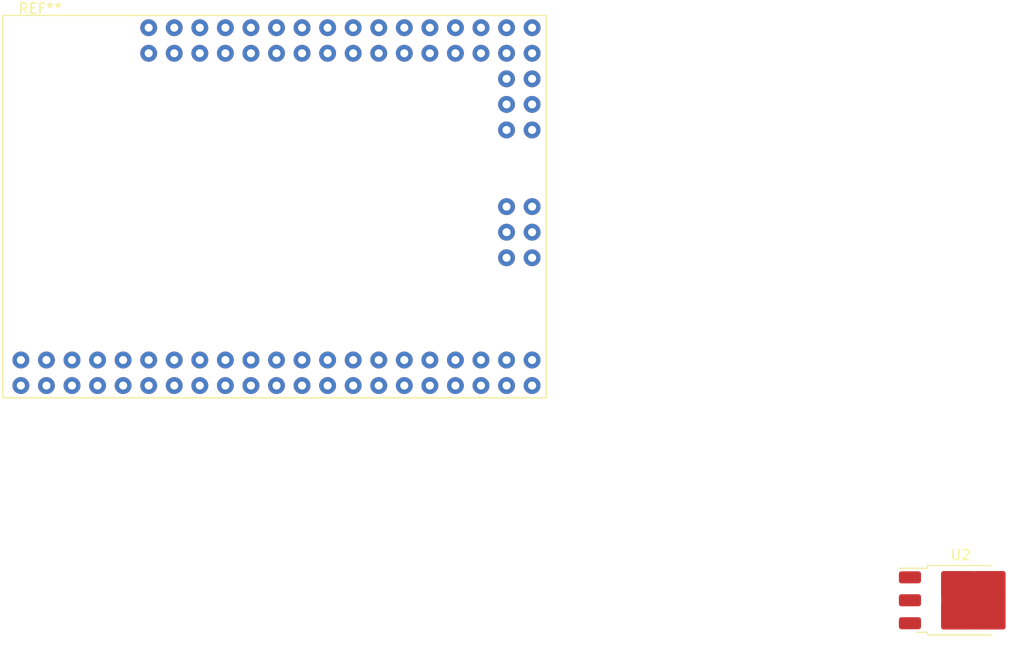
<source format=kicad_pcb>
(kicad_pcb (version 20221018) (generator pcbnew)
  (layers (0 "F.Cu" signal) (31 "B.Cu" signal) (34 "B.Paste" user) (35 "F.Paste" user) (36 "B.SilkS" user "B.Silkscreen") (37 "F.SilkS" user "F.Silkscreen") (38 "B.Mask" user) (39 "F.Mask" user) (44 "Edge.Cuts" user))
  (net 0 "")
  (net 1 "GND")
  (net 2 "+5V")
  (net 3 "+12V")
  (footprint "Package_TO_SOT_SMD:TO-252-3_TabPin2" (layer "F.Cu") (at 126.605 87.375)
    (fp_text reference "U2" (at 0 -4.5) (layer "F.SilkS"))
    (fp_text value "AMS1117CD-5.0")
    (fp_line (start -3.31 -3.45) (end -3.31 -3.18) (stroke (width 0.12)) (layer "F.SilkS"))
    (fp_line (start -3.31 -3.18) (end -6.14 -3.18) (stroke (width 0.12)) (layer "F.SilkS"))
    (fp_line (start -3.31 3.18) (end -4.41 3.18) (stroke (width 0.12)) (layer "F.SilkS"))
    (fp_line (start -3.31 3.45) (end -3.31 3.18) (stroke (width 0.12)) (layer "F.SilkS"))
    (fp_line (start 3.11 -3.45) (end -3.31 -3.45) (stroke (width 0.12)) (layer "F.SilkS"))
    (fp_line (start 3.11 3.45) (end -3.31 3.45) (stroke (width 0.12)) (layer "F.SilkS"))
    (pad "1" smd roundrect (at -5.04 -2.28) (size 2.2 1.2) (layers "F.Cu" "F.Paste" "F.Mask") (roundrect_rratio 0.208333) (net 1 "GND"))
    (pad "2" smd roundrect (at -5.04 0) (size 2.2 1.2) (layers "F.Cu" "F.Paste" "F.Mask") (roundrect_rratio 0.208333) (net 2 "+5V"))
    (pad "2" smd roundrect (at -0.415 -1.525) (size 3.05 2.75) (layers "F.Cu" "F.Paste") (roundrect_rratio 0.090909) (net 2 "+5V"))
    (pad "2" smd roundrect (at -0.415 1.525) (size 3.05 2.75) (layers "F.Cu" "F.Paste") (roundrect_rratio 0.090909) (net 2 "+5V"))
    (pad "2" smd roundrect (at 1.26 0) (size 6.4 5.8) (layers "F.Cu" "F.Mask") (roundrect_rratio 0.043103) (net 2 "+5V"))
    (pad "2" smd roundrect (at 2.935 -1.525) (size 3.05 2.75) (layers "F.Cu" "F.Paste") (roundrect_rratio 0.090909) (net 2 "+5V"))
    (pad "2" smd roundrect (at 2.935 1.525) (size 3.05 2.75) (layers "F.Cu" "F.Paste") (roundrect_rratio 0.090909) (net 2 "+5V"))
    (pad "3" smd roundrect (at -5.04 2.28) (size 2.2 1.2) (layers "F.Cu" "F.Paste" "F.Mask") (roundrect_rratio 0.208333) (net 3 "+12V"))
  )
  (footprint "MEGA_PRO_EMBED_CH340G___ATMEGA2560:MODULE_MEGA_PRO_EMBED_CH340G___ATMEGA2560" (layer "F.Cu") (at 58.42 48.26)
    (fp_text reference "REF**" (at -23.295 -19.685) (layer "F.SilkS"))
    (fp_text value "MODULE_MEGA_PRO_EMBED_CH340G_/_ATMEGA2560")
    (fp_line (start -27 -19) (end 27 -19) (stroke (width 0.127)) (layer "F.SilkS"))
    (fp_line (start -27 19) (end -27 -19) (stroke (width 0.127)) (layer "F.SilkS"))
    (fp_line (start -27 19) (end 27 19) (stroke (width 0.127)) (layer "F.SilkS"))
    (fp_line (start 27 19) (end 27 -19) (stroke (width 0.127)) (layer "F.SilkS"))
    (pad "3V3_1" thru_hole circle (at -17.58 17.78) (size 1.6764 1.6764) (drill 0.8) (layers "*.Cu" "*.Mask"))
    (pad "3V3_2" thru_hole circle (at -17.58 15.24) (size 1.6764 1.6764) (drill 0.8) (layers "*.Cu" "*.Mask"))
    (pad "5V_1" thru_hole circle (at -20.12 17.78) (size 1.6764 1.6764) (drill 0.8) (layers "*.Cu" "*.Mask"))
    (pad "5V_2" thru_hole circle (at -20.12 15.24) (size 1.6764 1.6764) (drill 0.8) (layers "*.Cu" "*.Mask"))
    (pad "5V_3" thru_hole circle (at 25.6 0) (size 1.6764 1.6764) (drill 0.8) (layers "*.Cu" "*.Mask"))
    (pad "A0" thru_hole circle (at -12.5 -17.78) (size 1.6764 1.6764) (drill 0.8) (layers "*.Cu" "*.Mask"))
    (pad "A1" thru_hole circle (at -12.5 -15.24) (size 1.6764 1.6764) (drill 0.8) (layers "*.Cu" "*.Mask"))
    (pad "A2" thru_hole circle (at -9.96 -17.78) (size 1.6764 1.6764) (drill 0.8) (layers "*.Cu" "*.Mask"))
    (pad "A3" thru_hole circle (at -9.96 -15.24) (size 1.6764 1.6764) (drill 0.8) (layers "*.Cu" "*.Mask"))
    (pad "A4" thru_hole circle (at -7.42 -17.78) (size 1.6764 1.6764) (drill 0.8) (layers "*.Cu" "*.Mask"))
    (pad "A5" thru_hole circle (at -7.42 -15.24) (size 1.6764 1.6764) (drill 0.8) (layers "*.Cu" "*.Mask"))
    (pad "A6" thru_hole circle (at -4.88 -17.78) (size 1.6764 1.6764) (drill 0.8) (layers "*.Cu" "*.Mask"))
    (pad "A7" thru_hole circle (at -4.88 -15.24) (size 1.6764 1.6764) (drill 0.8) (layers "*.Cu" "*.Mask"))
    (pad "A8" thru_hole circle (at -2.34 -17.78) (size 1.6764 1.6764) (drill 0.8) (layers "*.Cu" "*.Mask"))
    (pad "A9" thru_hole circle (at -2.34 -15.24) (size 1.6764 1.6764) (drill 0.8) (layers "*.Cu" "*.Mask"))
    (pad "A10" thru_hole circle (at 0.2 -17.78) (size 1.6764 1.6764) (drill 0.8) (layers "*.Cu" "*.Mask"))
    (pad "A11" thru_hole circle (at 0.2 -15.24) (size 1.6764 1.6764) (drill 0.8) (layers "*.Cu" "*.Mask"))
    (pad "A12" thru_hole circle (at 2.74 -17.78) (size 1.6764 1.6764) (drill 0.8) (layers "*.Cu" "*.Mask"))
    (pad "A13" thru_hole circle (at 2.74 -15.24) (size 1.6764 1.6764) (drill 0.8) (layers "*.Cu" "*.Mask"))
    (pad "A14" thru_hole circle (at 5.28 -17.78) (size 1.6764 1.6764) (drill 0.8) (layers "*.Cu" "*.Mask"))
    (pad "A15" thru_hole circle (at 5.28 -15.24) (size 1.6764 1.6764) (drill 0.8) (layers "*.Cu" "*.Mask"))
    (pad "AREF" thru_hole circle (at -15.04 15.24) (size 1.6764 1.6764) (drill 0.8) (layers "*.Cu" "*.Mask"))
    (pad "D2" thru_hole circle (at -9.96 15.24) (size 1.6764 1.6764) (drill 0.8) (layers "*.Cu" "*.Mask"))
    (pad "D3" thru_hole circle (at -9.96 17.78) (size 1.6764 1.6764) (drill 0.8) (layers "*.Cu" "*.Mask"))
    (pad "D4" thru_hole circle (at -7.42 15.24) (size 1.6764 1.6764) (drill 0.8) (layers "*.Cu" "*.Mask"))
    (pad "D5" thru_hole circle (at -7.42 17.78) (size 1.6764 1.6764) (drill 0.8) (layers "*.Cu" "*.Mask"))
    (pad "D6" thru_hole circle (at -4.88 15.24) (size 1.6764 1.6764) (drill 0.8) (layers "*.Cu" "*.Mask"))
    (pad "D7" thru_hole circle (at -4.88 17.78) (size 1.6764 1.6764) (drill 0.8) (layers "*.Cu" "*.Mask"))
    (pad "D8" thru_hole circle (at -2.34 15.24) (size 1.6764 1.6764) (drill 0.8) (layers "*.Cu" "*.Mask"))
    (pad "D9" thru_hole circle (at -2.34 17.78) (size 1.6764 1.6764) (drill 0.8) (layers "*.Cu" "*.Mask"))
    (pad "D10" thru_hole circle (at 0.2 15.24) (size 1.6764 1.6764) (drill 0.8) (layers "*.Cu" "*.Mask"))
    (pad "D11" thru_hole circle (at 0.2 17.78) (size 1.6764 1.6764) (drill 0.8) (layers "*.Cu" "*.Mask"))
    (pad "D12" thru_hole circle (at 2.74 15.24) (size 1.6764 1.6764) (drill 0.8) (layers "*.Cu" "*.Mask"))
    (pad "D13" thru_hole circle (at 2.74 17.78) (size 1.6764 1.6764) (drill 0.8) (layers "*.Cu" "*.Mask"))
    (pad "D14" thru_hole circle (at 5.28 15.24) (size 1.6764 1.6764) (drill 0.8) (layers "*.Cu" "*.Mask"))
    (pad "D15" thru_hole circle (at 5.28 17.78) (size 1.6764 1.6764) (drill 0.8) (layers "*.Cu" "*.Mask"))
    (pad "D16" thru_hole circle (at 7.82 15.24) (size 1.6764 1.6764) (drill 0.8) (layers "*.Cu" "*.Mask"))
    (pad "D17" thru_hole circle (at 7.82 17.78) (size 1.6764 1.6764) (drill 0.8) (layers "*.Cu" "*.Mask"))
    (pad "D18" thru_hole circle (at 10.36 15.24) (size 1.6764 1.6764) (drill 0.8) (layers "*.Cu" "*.Mask"))
    (pad "D19" thru_hole circle (at 10.36 17.78) (size 1.6764 1.6764) (drill 0.8) (layers "*.Cu" "*.Mask"))
    (pad "D20" thru_hole circle (at 12.9 15.24) (size 1.6764 1.6764) (drill 0.8) (layers "*.Cu" "*.Mask"))
    (pad "D21" thru_hole circle (at 12.9 17.78) (size 1.6764 1.6764) (drill 0.8) (layers "*.Cu" "*.Mask"))
    (pad "D22" thru_hole circle (at 15.44 15.24) (size 1.6764 1.6764) (drill 0.8) (layers "*.Cu" "*.Mask"))
    (pad "D23" thru_hole circle (at 15.44 17.78) (size 1.6764 1.6764) (drill 0.8) (layers "*.Cu" "*.Mask"))
    (pad "D24" thru_hole circle (at 17.98 15.24) (size 1.6764 1.6764) (drill 0.8) (layers "*.Cu" "*.Mask"))
    (pad "D25" thru_hole circle (at 17.98 17.78) (size 1.6764 1.6764) (drill 0.8) (layers "*.Cu" "*.Mask"))
    (pad "D26" thru_hole circle (at 20.52 15.24) (size 1.6764 1.6764) (drill 0.8) (layers "*.Cu" "*.Mask"))
    (pad "D27" thru_hole circle (at 20.52 17.78) (size 1.6764 1.6764) (drill 0.8) (layers "*.Cu" "*.Mask"))
    (pad "D28" thru_hole circle (at 23.06 15.24) (size 1.6764 1.6764) (drill 0.8) (layers "*.Cu" "*.Mask"))
    (pad "D29" thru_hole circle (at 23.06 17.78) (size 1.6764 1.6764) (drill 0.8) (layers "*.Cu" "*.Mask"))
    (pad "D30" thru_hole circle (at 25.6 15.24) (size 1.6764 1.6764) (drill 0.8) (layers "*.Cu" "*.Mask"))
    (pad "D31" thru_hole circle (at 25.6 17.78) (size 1.6764 1.6764) (drill 0.8) (layers "*.Cu" "*.Mask"))
    (pad "D32" thru_hole circle (at 7.82 -17.78) (size 1.6764 1.6764) (drill 0.8) (layers "*.Cu" "*.Mask"))
    (pad "D33" thru_hole circle (at 7.82 -15.24) (size 1.6764 1.6764) (drill 0.8) (layers "*.Cu" "*.Mask"))
    (pad "D34" thru_hole circle (at 10.36 -17.78) (size 1.6764 1.6764) (drill 0.8) (layers "*.Cu" "*.Mask"))
    (pad "D35" thru_hole circle (at 10.36 -15.24) (size 1.6764 1.6764) (drill 0.8) (layers "*.Cu" "*.Mask"))
    (pad "D36" thru_hole circle (at 12.9 -17.78) (size 1.6764 1.6764) (drill 0.8) (layers "*.Cu" "*.Mask"))
    (pad "D37" thru_hole circle (at 12.9 -15.24) (size 1.6764 1.6764) (drill 0.8) (layers "*.Cu" "*.Mask"))
    (pad "D38" thru_hole circle (at 15.44 -17.78) (size 1.6764 1.6764) (drill 0.8) (layers "*.Cu" "*.Mask"))
    (pad "D39" thru_hole circle (at 15.44 -15.24) (size 1.6764 1.6764) (drill 0.8) (layers "*.Cu" "*.Mask"))
    (pad "D40" thru_hole circle (at 17.98 -17.78) (size 1.6764 1.6764) (drill 0.8) (layers "*.Cu" "*.Mask"))
    (pad "D41" thru_hole circle (at 17.98 -15.24) (size 1.6764 1.6764) (drill 0.8) (layers "*.Cu" "*.Mask"))
    (pad "D42" thru_hole circle (at 20.52 -17.78) (size 1.6764 1.6764) (drill 0.8) (layers "*.Cu" "*.Mask"))
    (pad "D43" thru_hole circle (at 20.52 -15.24) (size 1.6764 1.6764) (drill 0.8) (layers "*.Cu" "*.Mask"))
    (pad "D44" thru_hole circle (at 23.06 -17.78) (size 1.6764 1.6764) (drill 0.8) (layers "*.Cu" "*.Mask"))
    (pad "D45" thru_hole circle (at 23.06 -15.24) (size 1.6764 1.6764) (drill 0.8) (layers "*.Cu" "*.Mask"))
    (pad "D46" thru_hole circle (at 25.6 -17.78) (size 1.6764 1.6764) (drill 0.8) (layers "*.Cu" "*.Mask"))
    (pad "D47" thru_hole circle (at 25.6 -15.24) (size 1.6764 1.6764) (drill 0.8) (layers "*.Cu" "*.Mask"))
    (pad "D48" thru_hole circle (at 25.6 -12.7) (size 1.6764 1.6764) (drill 0.8) (layers "*.Cu" "*.Mask"))
    (pad "D49" thru_hole circle (at 23.06 -12.7) (size 1.6764 1.6764) (drill 0.8) (layers "*.Cu" "*.Mask"))
    (pad "D50" thru_hole circle (at 25.6 -10.16) (size 1.6764 1.6764) (drill 0.8) (layers "*.Cu" "*.Mask"))
    (pad "D51" thru_hole circle (at 23.06 -10.16) (size 1.6764 1.6764) (drill 0.8) (layers "*.Cu" "*.Mask"))
    (pad "D52" thru_hole circle (at 25.6 -7.62) (size 1.6764 1.6764) (drill 0.8) (layers "*.Cu" "*.Mask"))
    (pad "D53" thru_hole circle (at 23.06 -7.62) (size 1.6764 1.6764) (drill 0.8) (layers "*.Cu" "*.Mask"))
    (pad "GND_1" thru_hole circle (at -22.66 17.78) (size 1.6764 1.6764) (drill 0.8) (layers "*.Cu" "*.Mask"))
    (pad "GND_2" thru_hole circle (at -22.66 15.24) (size 1.6764 1.6764) (drill 0.8) (layers "*.Cu" "*.Mask"))
    (pad "GND_3" thru_hole circle (at 25.6 5.08) (size 1.6764 1.6764) (drill 0.8) (layers "*.Cu" "*.Mask"))
    (pad "MISO" thru_hole circle (at 23.06 0) (size 1.6764 1.6764) (drill 0.8) (layers "*.Cu" "*.Mask"))
    (pad "MOSI" thru_hole circle (at 25.6 2.54) (size 1.6764 1.6764) (drill 0.8) (layers "*.Cu" "*.Mask"))
    (pad "RESET" thru_hole circle (at 23.06 5.08) (size 1.6764 1.6764) (drill 0.8) (layers "*.Cu" "*.Mask"))
    (pad "RST" thru_hole circle (at -15.04 17.78) (size 1.6764 1.6764) (drill 0.8) (layers "*.Cu" "*.Mask"))
    (pad "RX" thru_hole circle (at -12.5 15.24) (size 1.6764 1.6764) (drill 0.8) (layers "*.Cu" "*.Mask"))
    (pad "SCK" thru_hole circle (at 23.06 2.54) (size 1.6764 1.6764) (drill 0.8) (layers "*.Cu" "*.Mask"))
    (pad "TX" thru_hole circle (at -12.5 17.78) (size 1.6764 1.6764) (drill 0.8) (layers "*.Cu" "*.Mask"))
    (pad "VIN_1" thru_hole circle (at -25.2 17.78) (size 1.6764 1.6764) (drill 0.8) (layers "*.Cu" "*.Mask"))
    (pad "VIN_2" thru_hole circle (at -25.2 15.24) (size 1.6764 1.6764) (drill 0.8) (layers "*.Cu" "*.Mask"))
  )
)
</source>
